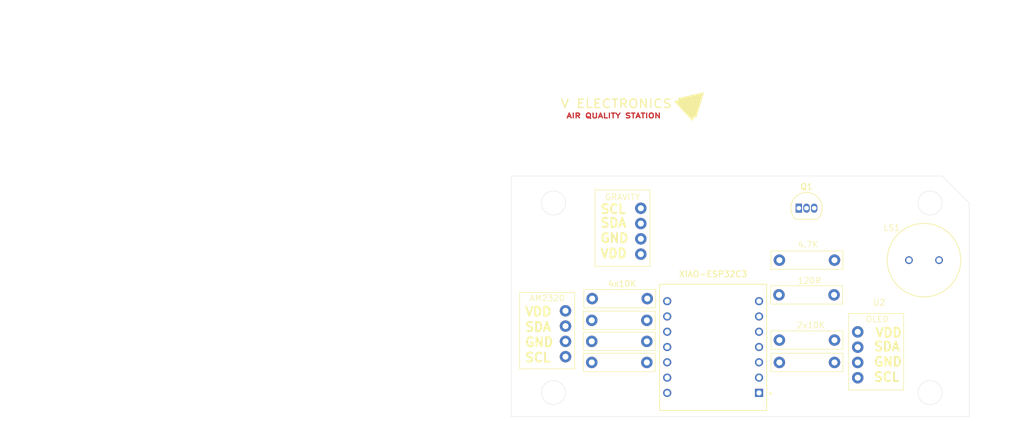
<source format=kicad_pcb>
(kicad_pcb (version 20241229) (generator "pcbnew") (generator_version "9.0")
  (layers (0 "F.Cu" signal) (2 "B.Cu" signal) (13 "F.Paste" user) (15 "B.Paste" user) (5 "F.SilkS" user "F.Silkscreen") (7 "B.SilkS" user "B.Silkscreen") (1 "F.Mask" user) (3 "B.Mask" user) (25 "Edge.Cuts" user))
  (net 0 "")
  (net 1 "Net-(U3-SDA)")
  (net 2 "Net-(U3-SCL)")
  (net 3 "Net-(U2-SDA)")
  (net 4 "Net-(U2-SCL)")
  (net 6 "Net-(U1-SCL)")
  (net 7 "GND")
  (net 8 "3.3V")
  (net 9 "Net-(U1-SDA)")
  (net 11 "5VUSB")
  (net 14 "Net-(LS1-Pad1)")
  (net 15 "Net-(Q1-B)")
  (net 16 "Net-(U4-D8)")
  (footprint "footprints:10kOhm-pullup" (layer "F.Cu") (at 125.682 109.888)
    (property "Reference" "R5" (hide yes))
    (property "Value" "~" (hide yes))
    (fp_rect (start -6.223 5.588) (end 5.715 8.636) (stroke (width 0.1)) (fill no) (layer "F.SilkS"))
    (pad "1" thru_hole circle (at -4.826 7.112) (size 1.905 1.905) (drill 1) (layers "*.Cu" "*.Mask") (net 9 "Net-(U1-SDA)"))
    (pad "2" thru_hole circle (at 4.318 7.112) (size 1.905 1.905) (drill 1) (layers "*.Cu" "*.Mask") (net 8 "3.3V"))
  )
  (footprint "footprints:XIAO-ESP32C3" (layer "F.Cu") (at 141 118 180)
    (property "Reference" "U4" (hide yes))
    (property "Value" "XIAO-ESP32C3" (at 0 12.1835 0) (layer "F.SilkS"))
    (fp_line (start 8.89 10.4775) (end -8.89 10.4775) (stroke (width 0.127)) (layer "F.SilkS"))
    (fp_line (start 8.89 -10.4775) (end 8.89 10.4775) (stroke (width 0.127)) (layer "F.SilkS"))
    (fp_line (start -8.89 10.4775) (end -8.89 -10.4775) (stroke (width 0.127)) (layer "F.SilkS"))
    (fp_line (start -8.89 -10.4775) (end 8.89 -10.4775) (stroke (width 0.127)) (layer "F.SilkS"))
    (fp_circle (center -9.5 -7.6835) (end -9.4 -7.6835) (stroke (width 0.2)) (fill no) (layer "F.SilkS"))
    (pad "1" thru_hole rect (at -7.62 -7.5565 180) (size 1.358 1.358) (drill 0.85) (layers "*.Cu" "*.Mask") (net 6 "Net-(U1-SCL)"))
    (pad "2" thru_hole circle (at -7.62 -5.0165 180) (size 1.358 1.358) (drill 0.85) (layers "*.Cu" "*.Mask") (net 9 "Net-(U1-SDA)"))
    (pad "3" thru_hole circle (at -7.62 -2.4765 180) (size 1.358 1.358) (drill 0.85) (layers "*.Cu" "*.Mask") (net 4 "Net-(U2-SCL)"))
    (pad "4" thru_hole circle (at -7.62 0.0635 180) (size 1.358 1.358) (drill 0.85) (layers "*.Cu" "*.Mask") (net 3 "Net-(U2-SDA)"))
    (pad "5" thru_hole circle (at -7.62 2.6035 180) (size 1.358 1.358) (drill 0.85) (layers "*.Cu" "*.Mask") (net 2 "Net-(U3-SCL)"))
    (pad "6" thru_hole circle (at -7.62 5.1435 180) (size 1.358 1.358) (drill 0.85) (layers "*.Cu" "*.Mask") (net 1 "Net-(U3-SDA)"))
    (pad "7" thru_hole circle (at -7.62 7.6835 180) (size 1.358 1.358) (drill 0.85) (layers "*.Cu" "*.Mask"))
    (pad "8" thru_hole circle (at 7.62 7.6835 180) (size 1.358 1.358) (drill 0.85) (layers "*.Cu" "*.Mask"))
    (pad "9" thru_hole circle (at 7.62 5.1435 180) (size 1.358 1.358) (drill 0.85) (layers "*.Cu" "*.Mask") (net 16 "Net-(U4-D8)"))
    (pad "10" thru_hole circle (at 7.62 2.6035 180) (size 1.358 1.358) (drill 0.85) (layers "*.Cu" "*.Mask"))
    (pad "11" thru_hole circle (at 7.62 0.0635 180) (size 1.358 1.358) (drill 0.85) (layers "*.Cu" "*.Mask"))
    (pad "12" thru_hole circle (at 7.62 -2.4765 180) (size 1.358 1.358) (drill 0.85) (layers "*.Cu" "*.Mask") (net 8 "3.3V"))
    (pad "13" thru_hole circle (at 7.62 -5.0165 180) (size 1.358 1.358) (drill 0.85) (layers "*.Cu" "*.Mask") (net 7 "GND"))
    (pad "14" thru_hole circle (at 7.62 -7.5565 180) (size 1.358 1.358) (drill 0.85) (layers "*.Cu" "*.Mask") (net 11 "5VUSB"))
  )
  (footprint "footprints:10kOhm-pullup" (layer "F.Cu") (at 156.826 109.67)
    (property "Reference" "R4" (hide yes))
    (property "Value" "~" (hide yes))
    (fp_rect (start -6.223 5.588) (end 5.715 8.636) (stroke (width 0.1)) (fill no) (layer "F.SilkS"))
    (pad "1" thru_hole circle (at -4.826 7.112) (size 1.905 1.905) (drill 1) (layers "*.Cu" "*.Mask") (net 4 "Net-(U2-SCL)"))
    (pad "2" thru_hole circle (at 4.318 7.112) (size 1.905 1.905) (drill 1) (layers "*.Cu" "*.Mask") (net 8 "3.3V"))
  )
  (footprint "footprints:120R" (layer "F.Cu") (at 156.5 102.409)
    (property "Reference" "R7" (hide yes))
    (property "Value" "~")
    (fp_rect (start -5.969 5.334) (end 5.969 8.382) (stroke (width 0.1)) (fill no) (layer "F.SilkS"))
    (fp_text user "120R" (at -1.5 5.091 0) (layer "F.SilkS") (effects (font (thickness 0.1)) (justify left bottom)))
    (pad "1" thru_hole circle (at -4.572 6.858) (size 1.905 1.905) (drill 1) (layers "*.Cu" "*.Mask") (net 8 "3.3V"))
    (pad "2" thru_hole circle (at 4.572 6.858) (size 1.905 1.905) (drill 1) (layers "*.Cu" "*.Mask") (net 14 "Net-(LS1-Pad1)"))
  )
  (footprint "footprints:AM2320" (layer "F.Cu") (at 113.452 103.538)
    (property "Reference" "U1" (hide yes))
    (property "Value" "~")
    (fp_rect (start -4.572 5.334) (end 4.572 18.034) (stroke (width 0.1)) (fill no) (layer "F.SilkS"))
    (fp_text user "SCL" (at -3.81 17.018 0) (layer "F.SilkS") (effects (font (size 1.5 1.5) (thickness 0.3) (bold yes)) (justify left bottom)))
    (fp_text user "GND" (at -3.81 14.478 0) (layer "F.SilkS") (effects (font (size 1.5 1.5) (thickness 0.3) (bold yes)) (justify left bottom)))
    (fp_text user "VDD" (at -3.81 9.398 0) (layer "F.SilkS") (effects (font (size 1.5 1.5) (thickness 0.3) (bold yes)) (justify left bottom)))
    (fp_text user "AM2320" (at -2.952 6.858 0) (layer "F.SilkS") (effects (font (thickness 0.1)) (justify left bottom)))
    (fp_text user "SDA" (at -3.81 11.938 0) (layer "F.SilkS") (effects (font (size 1.5 1.5) (thickness 0.3) (bold yes)) (justify left bottom)))
    (pad "1" thru_hole circle (at 3.048 8.382) (size 1.905 1.905) (drill 1) (layers "*.Cu" "*.Mask") (net 8 "3.3V"))
    (pad "2" thru_hole circle (at 3.048 10.922) (size 1.905 1.905) (drill 1) (layers "*.Cu" "*.Mask") (net 9 "Net-(U1-SDA)"))
    (pad "3" thru_hole circle (at 3.048 13.462) (size 1.905 1.905) (drill 1) (layers "*.Cu" "*.Mask") (net 7 "GND"))
    (pad "4" thru_hole circle (at 3.048 16.002) (size 1.905 1.905) (drill 1) (layers "*.Cu" "*.Mask") (net 6 "Net-(U1-SCL)"))
  )
  (footprint "footprints:OLED" (layer "F.Cu") (at 168.556 108.054)
    (property "Reference" "U2" (at 0 2.486 0) (layer "F.SilkS") (effects (font (thickness 0.1))))
    (property "Value" "~")
    (fp_rect (start -5.08 4.318) (end 4.064 17.018) (stroke (width 0.1)) (fill no) (layer "F.SilkS"))
    (fp_text user "SDA" (at -1.016 10.668 0) (layer "F.SilkS") (effects (font (size 1.5 1.5) (thickness 0.3) (bold yes)) (justify left bottom)))
    (fp_text user "OLED" (at -2.286 5.842 0) (layer "F.SilkS") (effects (font (thickness 0.1)) (justify left bottom)))
    (fp_text user "SCL" (at -1.016 15.748 0) (layer "F.SilkS") (effects (font (size 1.5 1.5) (thickness 0.3) (bold yes)) (justify left bottom)))
    (fp_text user "GND" (at -1.016 13.208 0) (layer "F.SilkS") (effects (font (size 1.5 1.5) (thickness 0.3) (bold yes)) (justify left bottom)))
    (fp_text user "VDD" (at -0.762 8.382 0) (layer "F.SilkS") (effects (font (size 1.5 1.5) (thickness 0.3) (bold yes)) (justify left bottom)))
    (pad "1" thru_hole circle (at -3.556 7.366) (size 1.905 1.905) (drill 1) (layers "*.Cu" "*.Mask") (net 8 "3.3V"))
    (pad "2" thru_hole circle (at -3.556 9.906) (size 1.905 1.905) (drill 1) (layers "*.Cu" "*.Mask") (net 3 "Net-(U2-SDA)"))
    (pad "3" thru_hole circle (at -3.556 12.446) (size 1.905 1.905) (drill 1) (layers "*.Cu" "*.Mask") (net 7 "GND"))
    (pad "4" thru_hole circle (at -3.556 14.986) (size 1.905 1.905) (drill 1) (layers "*.Cu" "*.Mask") (net 4 "Net-(U2-SCL)"))
  )
  (footprint "footprints:10kOhm-pullup" (layer "F.Cu") (at 156.826 113.388)
    (property "Reference" "R3" (hide yes))
    (property "Value" "~" (hide yes))
    (fp_rect (start -6.223 5.588) (end 5.715 8.636) (stroke (width 0.1)) (fill no) (layer "F.SilkS"))
    (pad "1" thru_hole circle (at -4.826 7.112) (size 1.905 1.905) (drill 1) (layers "*.Cu" "*.Mask") (net 3 "Net-(U2-SDA)"))
    (pad "2" thru_hole circle (at 4.318 7.112) (size 1.905 1.905) (drill 1) (layers "*.Cu" "*.Mask") (net 8 "3.3V"))
  )
  (footprint "footprints:10kOhm-pullup" (layer "F.Cu") (at 125.682 113.388)
    (property "Reference" "R6" (hide yes))
    (property "Value" "~" (hide yes))
    (fp_rect (start -6.223 5.588) (end 5.715 8.636) (stroke (width 0.1)) (fill no) (layer "F.SilkS"))
    (pad "1" thru_hole circle (at -4.826 7.112) (size 1.905 1.905) (drill 1) (layers "*.Cu" "*.Mask") (net 6 "Net-(U1-SCL)"))
    (pad "2" thru_hole circle (at 4.318 7.112) (size 1.905 1.905) (drill 1) (layers "*.Cu" "*.Mask") (net 8 "3.3V"))
  )
  (footprint "LOGO" (layer "F.Cu") (at 137 78)
    (property "Reference" "G***" (hide yes))
    (property "Value" "LOGO" (hide yes))
    (fp_poly (pts (xy 2.475072 -2.383305) (xy 2.47579 -2.381603) (xy 2.474033 -2.373108) (xy 2.469467 -2.356713) (xy 2.464169 -2.339438) (xy 2.457296 -2.317543) (xy 2.44827 -2.288391) (xy 2.438502 -2.256549) (xy 2.432883 -2.23809) (xy 2.422882 -2.205212) (xy 2.412348 -2.170729) (xy 2.402905 -2.139947) (xy 2.398899 -2.126957) (xy 2.389379 -2.095837) (xy 2.378916 -2.061137) (xy 2.370952 -2.034347) (xy 2.36183 -2.003883) (xy 2.35162 -1.970564) (xy 2.343549 -1.944823) (xy 2.334557 -1.916296) (xy 2.325143 -1.885948) (xy 2.318621 -1.864561) (xy 2.311042 -1.839806) (xy 2.303432 -1.81559) (xy 2.299299 -1.80282) (xy 2.294064 -1.786461) (xy 2.28646 -1.762043) (xy 2.277655 -1.733339) (xy 2.271577 -1.713297) (xy 2.260927 -1.678067) (xy 2.250441 -1.643549) (xy 2.2392 -1.60674) (xy 2.226288 -1.564636) (xy 2.210788 -1.514236) (xy 2.20792 -1.504923) (xy 2.198381 -1.473708) (xy 2.187925 -1.439135) (xy 2.179436 -1.410769) (xy 2.170109 -1.379645) (xy 2.159584 -1.344942) (xy 2.151367 -1.318158) (xy 2.143166 -1.291478) (xy 2.13303 -1.258284) (xy 2.12258 -1.223888) (xy 2.11748 -1.207025) (xy 2.107604 -1.174648) (xy 2.097224 -1.14117) (xy 2.087919 -1.111665) (xy 2.083836 -1.09898) (xy 2.075787 -1.073825) (xy 2.065779 -1.041911) (xy 2.055395 -1.008309) (xy 2.050094 -0.990934) (xy 2.040093 -0.958056) (xy 2.029558 -0.923573) (xy 2.020114 -0.892791) (xy 2.016109 -0.879801) (xy 2.00657 -0.848677) (xy 1.996059 -0.813974) (xy 1.98804 -0.787191) (xy 1.978714 -0.756067) (xy 1.968189 -0.721364) (xy 1.959972 -0.69458) (xy 1.95177 -0.6679) (xy 1.941635 -0.634706) (xy 1.931185 -0.60031) (xy 1.926085 -0.583447) (xy 1.916246 -0.551077) (xy 1.905962 -0.517605) (xy 1.896794 -0.488102) (xy 1.892793 -0.475402) (xy 1.883826 -0.446868) (xy 1.874429 -0.416514) (xy 1.867916 -0.395139) (xy 1.860352 -0.370386) (xy 1.85278 -0.346172) (xy 1.848679 -0.333399) (xy 1.841159 -0.309835) (xy 1.831101 -0.277487) (xy 1.819444 -0.239417) (xy 1.807127 -0.19869) (xy 1.796645 -0.163613) (xy 1.787319 -0.132489) (xy 1.776793 -0.097786) (xy 1.768577 -0.071002) (xy 1.760384 -0.044313) (xy 1.750277 -0.011107) (xy 1.739872 0.023299) (xy 1.73481 0.040131) (xy 1.726312 0.068274) (xy 1.718626 0.0934) (xy 1.712742 0.112295) (xy 1.710123 0.120393) (xy 1.706204 0.132573) (xy 1.699725 0.153367) (xy 1.691682 0.179564) (xy 1.685272 0.200656) (xy 1.676302 0.230114) (xy 1.667755 0.257853) (xy 1.660798 0.280103) (xy 1.657568 0.290179) (xy 1.652373 0.306543) (xy 1.644818 0.330968) (xy 1.636064 0.359678) (xy 1.630026 0.379703) (xy 1.621527 0.407846) (xy 1.61384 0.432972) (xy 1.607956 0.451867) (xy 1.605336 0.459965) (xy 1.6014 0.472227) (xy 1.594941 0.493045) (xy 1.586969 0.519146) (xy 1.581065 0.538684) (xy 1.563076 0.598291) (xy 1.543868 0.661576) (xy 1.52505 0.723256) (xy 1.509216 0.774842) (xy 1.501046 0.80153) (xy 1.490957 0.834734) (xy 1.480562 0.869139) (xy 1.4755 0.885974) (xy 1.467002 0.914117) (xy 1.459317 0.939244) (xy 1.453432 0.958139) (xy 1.450813 0.966237) (xy 1.446888 0.978414) (xy 1.440392 0.999202) (xy 1.432324 1.025393) (xy 1.425885 1.046499) (xy 1.415345 1.081017) (xy 1.403746 1.118715) (xy 1.392966 1.153498) (xy 1.388783 1.166893) (xy 1.379019 1.198277) (xy 1.367577 1.23539) (xy 1.356333 1.272138) (xy 1.35173 1.287287) (xy 1.341744 1.320166) (xy 1.331232 1.35465) (xy 1.321813 1.385433) (xy 1.317821 1.39842) (xy 1.309651 1.425108) (xy 1.299562 1.458312) (xy 1.289166 1.492717) (xy 1.284105 1.509552) (xy 1.275607 1.537695) (xy 1.267921 1.562822) (xy 1.262037 1.581717) (xy 1.259418 1.589815) (xy 1.255511 1.602001) (xy 1.249068 1.622806) (xy 1.241078 1.649016) (xy 1.234728 1.670077) (xy 1.225822 1.699547) (xy 1.217324 1.727294) (xy 1.210397 1.749545) (xy 1.207179 1.759601) (xy 1.201675 1.776836) (xy 1.193967 1.801537) (xy 1.185412 1.829344) (xy 1.182207 1.839863) (xy 1.174236 1.864798) (xy 1.166914 1.885387) (xy 1.161343 1.898635) (xy 1.159526 1.901604) (xy 1.151772 1.901504) (xy 1.138896 1.890829) (xy 1.134608 1.886169) (xy 1.122692 1.872971) (xy 1.103736 1.85231) (xy 1.079161 1.825716) (xy 1.050392 1.794717) (xy 1.01885 1.760844) (xy 0.985958 1.725625) (xy 0.953139 1.69059) (xy 0.921814 1.657267) (xy 0.910747 1.645529) (xy 0.889908 1.623755) (xy 0.872142 1.605776) (xy 0.859116 1.593234) (xy 0.852497 1.587775) (xy 0.852094 1.587676) (xy 0.850248 1.590031) (xy 0.847213 1.597032) (xy 0.842611 1.609826) (xy 0.836064 1.629556) (xy 0.827196 1.657369) (xy 0.81563 1.694408) (xy 0.800988 1.74182) (xy 0.796469 1.756514) (xy 0.785241 1.792979) (xy 0.773458 1.831146) (xy 0.762496 1.866555) (xy 0.753734 1.89475) (xy 0.753522 1.89543) (xy 0.743674 1.927169) (xy 0.732186 1.964439) (xy 0.720994 2.000952) (xy 0.716929 2.01428) (xy 0.700457 2.068388) (xy 0.687091 2.112274) (xy 0.676345 2.147531) (xy 0.667732 2.175751) (xy 0.660765 2.198525) (xy 0.654959 2.217446) (xy 0.649827 2.234107) (xy 0.644883 2.2501) (xy 0.644778 2.250437) (xy 0.635345 2.281169) (xy 0.62505 2.31512) (xy 0.617146 2.341504) (xy 0.610212 2.362883) (xy 0.603966 2.378706) (xy 0.599582 2.386064) (xy 0.599068 2.386266) (xy 0.593793 2.381923) (xy 0.581222 2.369647) (xy 0.56245 2.350564) (xy 0.538571 2.325801) (xy 0.510678 2.296486) (xy 0.479864 2.263746) (xy 0.471748 2.255068) (xy 0.438183 2.219139) (xy 0.405363 2.184027) (xy 0.374809 2.151358) (xy 0.348043 2.122758) (xy 0.326587 2.099854) (xy 0.311962 2.084272) (xy 0.31146 2.083738) (xy 0.295372 2.066599) (xy 0.272468 2.042147) (xy 0.244351 2.012096) (xy 0.212625 1.978165) (xy 0.178895 1.94207) (xy 0.144764 1.905528) (xy 0.111837 1.870255) (xy 0.081718 1.837968) (xy 0.056012 1.810385) (xy 0.048968 1.802819) (xy 0.034312 1.78709) (xy 0.013059 1.764306) (xy -0.012954 1.736433) (xy -0.041893 1.705437) (xy -0.071922 1.673285) (xy -0.080687 1.663903) (xy -0.110691 1.631784) (xy -0.140149 1.600244) (xy -0.167225 1.571248) (xy -0.190082 1.546765) (xy -0.206884 1.528759) (xy -0.210401 1.524987) (xy -0.239594 1.493669) (xy -0.272303 1.458567) (xy -0.307057 1.421259) (xy -0.342389 1.383324) (xy -0.376827 1.346339) (xy -0.408904 1.311882) (xy -0.437151 1.28153) (xy -0.460097 1.256863) (xy -0.476274 1.239456) (xy -0.477724 1.237894) (xy -0.498878 1.215181) (xy -0.524379 1.187912) (xy -0.550092 1.160504) (xy -0.561559 1.148317) (xy -0.587451 1.120754) (xy -0.61668 1.089514) (xy -0.644326 1.059858) (xy -0.653918 1.049533) (xy -0.690702 1.009896) (xy -0.720621 0.977688) (xy -0.745199 0.951276) (xy -0.765959 0.929027) (xy -0.784426 0.909308) (xy -0.802122 0.890485) (xy -0.820572 0.870928) (xy -0.820939 0.870539) (xy -0.841656 0.848502) (xy -0.868018 0.820306) (xy -0.897302 0.78887) (xy -0.926786 0.757115) (xy -0.941612 0.741102) (xy -0.970452 0.709987) (xy -1.000886 0.677277) (xy -1.030074 0.646016) (xy -1.055177 0.619248) (xy -1.065441 0.60836) (xy -1.091026 0.581166) (xy -1.119013 0.551214) (xy -1.145169 0.523044) (xy -1.157789 0.509358) (xy -1.180999 0.484178) (xy -1.205982 0.457214) (xy -1.228452 0.433086) (xy -1.235078 0.426008) (xy -1.27457 0.383847) (xy -1.314079 0.341547) (xy -1.351345 0.301534) (xy -1.38411 0.266234) (xy -1.404594 0.244066) (xy -1.426303 0.220611) (xy -1.452008 0.192992) (xy -1.477227 0.16602) (xy -1.485226 0.157499) (xy -1.523107 0.117149) (xy -1.562259 0.075349) (xy -1.600477 0.034459) (xy -1.635556 -0.003159) (xy -1.66529 -0.035146) (xy -1.675629 -0.046306) (xy -1.697377 -0.069745) (xy -1.723095 -0.097363) (xy -1.748297 -0.124343) (xy -1.756245 -0.132829) (xy -1.803295 -0.183099) (xy -1.852767 -0.236121) (xy -1.906641 -0.294016) (xy -1.966432 -0.358411) (xy -1.994924 -0.3891) (xy -2.024623 -0.421047) (xy -2.05281 -0.45133) (xy -2.076766 -0.477027) (xy -2.086826 -0.487797) (xy -2.106729 -0.50911) (xy -2.132544 -0.53679) (xy -2.161776 -0.568162) (xy -2.19193 -0.600549) (xy -2.213394 -0.623617) (xy -2.257022 -0.670513) (xy -2.293491 -0.709678) (xy -2.324037 -0.742436) (xy -2.349896 -0.77011) (xy -2.372305 -0.794024) (xy -2.392502 -0.815501) (xy -2.411722 -0.835863) (xy -2.414311 -0.838601) (xy -2.431676 -0.857635) (xy -2.445215 -0.87376) (xy -2.45302 -0.884641) (xy -2.454181 -0.887479) (xy -2.452134 -0.891936) (xy -2.444677 -0.896159) (xy -2.429833 -0.900858) (xy -2.405629 -0.906745) (xy -2.392441 -0.909689) (xy -2.371848 -0.914262) (xy -2.344245 -0.920454) (xy -2.314658 -0.927136) (xy -2.306004 -0.929099) (xy -2.277906 -0.935481) (xy -2.251318 -0.941518) (xy -2.230719 -0.946193) (xy -2.225742 -0.947322) (xy -2.196915 -0.953922) (xy -2.15942 -0.962602) (xy -2.116602 -0.972585) (xy -2.077565 -0.981739) (xy -2.051633 -0.987807) (xy -2.026672 -0.993598) (xy -2.00965 -0.997502) (xy -1.957287 -1.009395) (xy -1.908871 -1.020432) (xy -1.867074 -1.030002) (xy -1.834565 -1.037495) (xy -1.83369 -1.037698) (xy -1.806716 -1.043896) (xy -1.779109 -1.050155) (xy -1.762689 -1.053823) (xy -1.736533 -1.059967) (xy -1.708857 -1.066992) (xy -1.701371 -1.069007) (xy -1.680724 -1.073937) (xy -1.662937 -1.076941) (xy -1.656974 -1.07737) (xy -1.644362 -1.079326) (xy -1.64036 -1.085778) (xy -1.645245 -1.097608) (xy -1.659293 -1.115697) (xy -1.674091 -1.131885) (xy -1.696233 -1.155363) (xy -1.722899 -1.183834) (xy -1.752292 -1.21536) (xy -1.782611 -1.247999) (xy -1.812059 -1.27981) (xy -1.838836 -1.308854) (xy -1.861143 -1.333189) (xy -1.877182 -1.350875) (xy -1.879617 -1.353598) (xy -1.890753 -1.366193) (xy -1.896255 -1.374634) (xy -1.894798 -1.380426) (xy -1.88506 -1.385071) (xy -1.865715 -1.390072) (xy -1.842951 -1.395221) (xy -1.764874 -1.413034) (xy -1.692593 -1.429825) (xy -1.682426 -1.432213) (xy -1.64527 -1.440928) (xy -1.614507 -1.448077) (xy -1.584715 -1.45491) (xy -1.550469 -1.462675) (xy -1.534249 -1.466335) (xy -1.50614 -1.47272) (xy -1.479544 -1.478842) (xy -1.458945 -1.483667) (xy -1.453987 -1.484857) (xy -1.436544 -1.488984) (xy -1.411535 -1.49477) (xy -1.383445 -1.501181) (xy -1.373724 -1.503379) (xy -1.339843 -1.511035) (xy -1.311574 -1.517473) (xy -1.284169 -1.523785) (xy -1.252883 -1.531063) (xy -1.225547 -1.537452) (xy -1.199611 -1.543495) (xy -1.174648 -1.549269) (xy -1.157633 -1.553165) (xy -1.121412 -1.56139) (xy -1.081067 -1.57057) (xy -1.040829 -1.579742) (xy -1.00493 -1.587941) (xy -0.981673 -1.593267) (xy -0.956227 -1.599103) (xy -0.931584 -1.604751) (xy -0.916845 -1.608126) (xy -0.8978 -1.612515) (xy -0.872516 -1.618385) (xy -0.848931 -1.623889) (xy -0.822995 -1.629932) (xy -0.798031 -1.635706) (xy -0.781016 -1.639602) (xy -0.728615 -1.651504) (xy -0.681146 -1.662326) (xy -0.640916 -1.67154) (xy -0.610232 -1.67862) (xy -0.608143 -1.679106) (xy -0.586551 -1.684105) (xy -0.557216 -1.690869) (xy -0.524434 -1.698408) (xy -0.500098 -1.703993) (xy -0.446843 -1.716214) (xy -0.402074 -1.72652) (xy -0.362232 -1.735734) (xy -0.32376 -1.744675) (xy -0.314876 -1.746746) (xy -0.285373 -1.753568) (xy -0.252929 -1.760985) (xy -0.234614 -1.765129) (xy -0.202183 -1.772465) (xy -0.162382 -1.781533) (xy -0.119195 -1.791419) (xy -0.076609 -1.801209) (xy -0.038608 -1.809988) (xy -0.012348 -1.8161) (xy 0.032504 -1.826534) (xy 0.082286 -1.838005) (xy 0.129873 -1.848872) (xy 0.132742 -1.849523) (xy 0.149274 -1.853308) (xy 0.173966 -1.859003) (xy 0.202952 -1.865715) (xy 0.222265 -1.8702) (xy 0.257672 -1.878375) (xy 0.296814 -1.887324) (xy 0.333154 -1.895554) (xy 0.345746 -1.898379) (xy 0.376809 -1.905369) (xy 0.408581 -1.912599) (xy 0.435629 -1.918832) (xy 0.442958 -1.920544) (xy 0.470927 -1.927082) (xy 0.502614 -1.934441) (xy 0.52322 -1.939199) (xy 0.548225 -1.945032) (xy 0.571671 -1.950634) (xy 0.586533 -1.954302) (xy 0.600422 -1.957636) (xy 0.623469 -1.962945) (xy 0.652769 -1.96957) (xy 0.685417 -1.976849) (xy 0.694579 -1.978874) (xy 0.757188 -1.99279) (xy 0.808347 -2.004402) (xy 0.848711 -2.013858) (xy 0.878933 -2.02131) (xy 0.882887 -2.022331) (xy 0.900183 -2.026591) (xy 0.924143 -2.032201) (xy 0.947715 -2.037529) (xy 1.002 -2.04971) (xy 1.061286 -2.063325) (xy 1.105153 -2.073553) (xy 1.132859 -2.079899) (xy 1.165132 -2.087081) (xy 1.191589 -2.092817) (xy 1.216884 -2.09842) (xy 1.239827 -2.103875) (xy 1.255707 -2.108059) (xy 1.256417 -2.108271) (xy 1.27532 -2.113056) (xy 1.297081 -2.117371) (xy 1.299635 -2.11779) (xy 1.319932 -2.121694) (xy 1.337657 -2.126174) (xy 1.339766 -2.126841) (xy 1.353315 -2.130643) (xy 1.374578 -2.135871) (xy 1.39918 -2.141451) (xy 1.401507 -2.141956) (xy 1.430768 -2.148374) (xy 1.461467 -2.15527) (xy 1.484856 -2.160662) (xy 1.507243 -2.165885) (xy 1.539207 -2.173282) (xy 1.578284 -2.182288) (xy 1.62201 -2.192337) (xy 1.667922 -2.202863) (xy 1.713556 -2.213302) (xy 1.756448 -2.223087) (xy 1.793558 -2.231522) (xy 1.822494 -2.238132) (xy 1.859369 -2.246628) (xy 1.900102 -2.256066) (xy 1.940614 -2.265504) (xy 1.943308 -2.266134) (xy 1.980014 -2.274701) (xy 2.010663 -2.281811) (xy 2.040649 -2.288708) (xy 2.075363 -2.296635) (xy 2.089912 -2.299948) (xy 2.120856 -2.306999) (xy 2.153032 -2.314346) (xy 2.180497 -2.320631) (xy 2.18561 -2.321804) (xy 2.211053 -2.327621) (xy 2.235695 -2.333222) (xy 2.250437 -2.336547) (xy 2.270006 -2.341) (xy 2.295323 -2.346849) (xy 2.315265 -2.351506) (xy 2.363755 -2.362838) (xy 2.401538 -2.371503) (xy 2.429905 -2.377744) (xy 2.45015 -2.381802) (xy 2.463564 -2.38392) (xy 2.471441 -2.38434)) (fill yes) (layer "F.SilkS"))
  )
  (footprint "footprints:4-7K" (layer "F.Cu") (at 156.826 95.88)
    (property "Reference" "R8" (hide yes))
    (property "Value" "~")
    (fp_rect (start -6.223 6.096) (end 5.715 9.144) (stroke (width 0.1)) (fill no) (layer "F.SilkS"))
    (fp_text user "4.7K" (at -1.826 5.62 0) (layer "F.SilkS") (effects (font (thickness 0.1)) (justify left bottom)))
    (pad "1" thru_hole circle (at -4.826 7.62) (size 1.905 1.905) (drill 1) (layers "*.Cu" "*.Mask") (net 16 "Net-(U4-D8)"))
    (pad "2" thru_hole circle (at 4.318 7.62) (size 1.905 1.905) (drill 1) (layers "*.Cu" "*.Mask") (net 15 "Net-(Q1-B)"))
  )
  (footprint "Package_TO_SOT_THT:TO-92_Inline" (layer "F.Cu") (at 155.23 94.86)
    (property "Reference" "Q1" (at 1.27 -3.56 0) (layer "F.SilkS"))
    (property "Value" "2N3904")
    (fp_line (start -0.53 1.85) (end 3.07 1.85) (stroke (width 0.12)) (layer "F.SilkS"))
    (fp_arc (start -0.568478 1.838478) (mid -1.132087 -0.994977) (end 1.27 -2.6) (stroke (width 0.12)) (layer "F.SilkS"))
    (fp_arc (start 1.27 -2.6) (mid 3.672087 -0.994977) (end 3.108478 1.838478) (stroke (width 0.12)) (layer "F.SilkS"))
    (pad "1" thru_hole rect (at 0 0) (size 1.05 1.5) (drill 0.75) (layers "*.Cu" "*.Mask") (net 7 "GND"))
    (pad "2" thru_hole oval (at 1.27 0) (size 1.05 1.5) (drill 0.75) (layers "*.Cu" "*.Mask") (net 15 "Net-(Q1-B)"))
    (pad "3" thru_hole oval (at 2.54 0) (size 1.05 1.5) (drill 0.75) (layers "*.Cu" "*.Mask") (net 8 "3.3V"))
  )
  (footprint "footprints:buzzer-XDCR_PS1240P02BT" (layer "F.Cu") (at 176 103.5)
    (property "Reference" "LS1" (at -5.35 -5.37 0) (layer "F.SilkS") (effects (font (thickness 0.1))))
    (property "Value" "PS1240P02BT")
    (fp_circle (center 0 0) (end 6.1 0) (stroke (width 0.127)) (fill no) (layer "F.SilkS"))
    (pad "1" thru_hole circle (at -2.5 0) (size 1.28 1.28) (drill 0.85) (layers "*.Cu" "*.Mask") (net 14 "Net-(LS1-Pad1)"))
    (pad "2" thru_hole circle (at 2.5 0) (size 1.28 1.28) (drill 0.85) (layers "*.Cu" "*.Mask") (net 8 "3.3V"))
  )
  (footprint "footprints:10kOhm-pullup" (layer "F.Cu") (at 125.682 106.388)
    (property "Reference" "R1" (hide yes))
    (property "Value" "~" (hide yes))
    (fp_rect (start -6.223 5.588) (end 5.715 8.636) (stroke (width 0.1)) (fill no) (layer "F.SilkS"))
    (pad "1" thru_hole circle (at -4.826 7.112) (size 1.905 1.905) (drill 1) (layers "*.Cu" "*.Mask") (net 1 "Net-(U3-SDA)"))
    (pad "2" thru_hole circle (at 4.318 7.112) (size 1.905 1.905) (drill 1) (layers "*.Cu" "*.Mask") (net 8 "3.3V"))
  )
  (footprint "footprints:10kOhm-pullup" (layer "F.Cu") (at 125.754 102.782)
    (property "Reference" "R2" (hide yes))
    (property "Value" "~" (hide yes))
    (fp_rect (start -6.223 5.588) (end 5.715 8.636) (stroke (width 0.1)) (fill no) (layer "F.SilkS"))
    (pad "1" thru_hole circle (at -4.826 7.112) (size 1.905 1.905) (drill 1) (layers "*.Cu" "*.Mask") (net 2 "Net-(U3-SCL)"))
    (pad "2" thru_hole circle (at 4.318 7.112) (size 1.905 1.905) (drill 1) (layers "*.Cu" "*.Mask") (net 8 "3.3V"))
  )
  (footprint "footprints:Gravity" (layer "F.Cu") (at 126.206 87.768)
    (property "Reference" "U3" (hide yes))
    (property "Value" "~")
    (fp_rect (start -4.826 4.064) (end 4.318 16.764) (stroke (width 0.1)) (fill no) (layer "F.SilkS"))
    (fp_text user "GND" (at -4.064 12.954 0) (layer "F.SilkS") (effects (font (size 1.5 1.5) (thickness 0.3) (bold yes)) (justify left bottom)))
    (fp_text user "SCL" (at -4.064 8.128 0) (layer "F.SilkS") (effects (font (size 1.5 1.5) (thickness 0.3) (bold yes)) (justify left bottom)))
    (fp_text user "SDA" (at -4.064 10.414 0) (layer "F.SilkS") (effects (font (size 1.5 1.5) (thickness 0.3) (bold yes)) (justify left bottom)))
    (fp_text user "GRAVITY" (at -3.206 5.842 0) (layer "F.SilkS") (effects (font (thickness 0.1)) (justify left bottom)))
    (fp_text user "VDD" (at -4.064 15.494 0) (layer "F.SilkS") (effects (font (size 1.5 1.5) (thickness 0.3) (bold yes)) (justify left bottom)))
    (pad "1" thru_hole circle (at 2.794 14.732) (size 1.905 1.905) (drill 1) (layers "*.Cu" "*.Mask") (net 11 "5VUSB"))
    (pad "2" thru_hole circle (at 2.794 12.192) (size 1.905 1.905) (drill 1) (layers "*.Cu" "*.Mask") (net 1 "Net-(U3-SDA)"))
    (pad "3" thru_hole circle (at 2.794 9.652) (size 1.905 1.905) (drill 1) (layers "*.Cu" "*.Mask") (net 7 "GND"))
    (pad "4" thru_hole circle (at 2.794 7.112) (size 1.905 1.905) (drill 1) (layers "*.Cu" "*.Mask") (net 2 "Net-(U3-SCL)"))
  )
  (gr_poly (pts (xy 107.5 129.5) (xy 183.5 129.5) (xy 183.5 94) (xy 179 89.5) (xy 107.5 89.5)) (stroke (width 0.05)) (fill no) (layer "Edge.Cuts"))
  (gr_circle (center 114.5 125.5) (end 114.5 127.5) (stroke (width 0.05)) (fill no) (layer "Edge.Cuts"))
  (gr_circle (center 177 125.5) (end 177 127.5) (stroke (width 0.05)) (fill no) (layer "Edge.Cuts"))
  (gr_circle (center 177 94) (end 177 96) (stroke (width 0.05)) (fill no) (layer "Edge.Cuts"))
  (gr_circle (center 114.5 94) (end 114.5 96) (stroke (width 0.05)) (fill no) (layer "Edge.Cuts"))
  (gr_text "AIR QUALITY STATION" (at 124.5 79.5 0) (layer "F.Cu") (effects (font (size 0.8 1) (thickness 0.2))))
  (gr_text "2x10K" (at 154.826 114.888 0) (layer "F.SilkS") (effects (font (size 1 1) (thickness 0.1)) (justify left bottom)))
  (gr_text "4x10K" (at 123.5 108 0) (layer "F.SilkS") (effects (font (size 1 1) (thickness 0.125)) (justify left bottom)))
  (gr_text "V ELECTRONICS" (at 124.935 77.5 0) (layer "F.SilkS") (effects (font (size 1.4 1.6) (thickness 0.2))))
)
</source>
